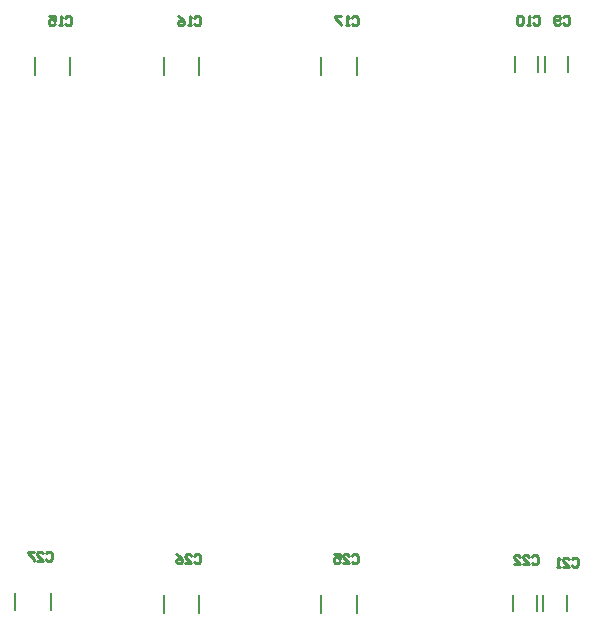
<source format=gbo>
G04*
G04 #@! TF.GenerationSoftware,Altium Limited,Altium Designer,21.3.2 (30)*
G04*
G04 Layer_Color=32896*
%FSTAX24Y24*%
%MOIN*%
G70*
G04*
G04 #@! TF.SameCoordinates,B67C6306-A56B-4E52-B5C8-3BB335875088*
G04*
G04*
G04 #@! TF.FilePolarity,Positive*
G04*
G01*
G75*
%ADD10C,0.0100*%
%ADD12C,0.0079*%
D10*
X06293Y0305D02*
X06298Y03055D01*
X06308D01*
X06313Y0305D01*
Y0303D01*
X06308Y03025D01*
X06298D01*
X06293Y0303D01*
X06263Y03025D02*
X06283D01*
X06263Y03045D01*
Y0305D01*
X06268Y03055D01*
X06278D01*
X06283Y0305D01*
X06253Y03055D02*
X06233D01*
Y0305D01*
X06253Y0303D01*
Y03025D01*
X06788Y03042D02*
X06793Y03047D01*
X06803D01*
X06808Y03042D01*
Y03022D01*
X06803Y03017D01*
X06793D01*
X06788Y03022D01*
X06758Y03017D02*
X06778D01*
X06758Y03037D01*
Y03042D01*
X06763Y03047D01*
X06773D01*
X06778Y03042D01*
X06728Y03047D02*
X06738Y03042D01*
X06748Y03032D01*
Y03022D01*
X06743Y03017D01*
X06733D01*
X06728Y03022D01*
Y03027D01*
X06733Y03032D01*
X06748D01*
X07313Y03042D02*
X07318Y03047D01*
X07328D01*
X07333Y03042D01*
Y03022D01*
X07328Y03017D01*
X07318D01*
X07313Y03022D01*
X07283Y03017D02*
X07303D01*
X07283Y03037D01*
Y03042D01*
X07288Y03047D01*
X07298D01*
X07303Y03042D01*
X07253Y03047D02*
X07273D01*
Y03032D01*
X07263Y03037D01*
X07258D01*
X07253Y03032D01*
Y03022D01*
X07258Y03017D01*
X07268D01*
X07273Y03022D01*
X07313Y04835D02*
X07318Y0484D01*
X07328D01*
X07333Y04835D01*
Y04815D01*
X07328Y0481D01*
X07318D01*
X07313Y04815D01*
X07303Y0481D02*
X07293D01*
X07298D01*
Y0484D01*
X07303Y04835D01*
X07278Y0484D02*
X07258D01*
Y04835D01*
X07278Y04815D01*
Y0481D01*
X06788Y04835D02*
X06793Y0484D01*
X06803D01*
X06808Y04835D01*
Y04815D01*
X06803Y0481D01*
X06793D01*
X06788Y04815D01*
X06778Y0481D02*
X06768D01*
X06773D01*
Y0484D01*
X06778Y04835D01*
X06733Y0484D02*
X06743Y04835D01*
X06753Y04825D01*
Y04815D01*
X06748Y0481D01*
X06738D01*
X06733Y04815D01*
Y0482D01*
X06738Y04825D01*
X06753D01*
X06358Y04835D02*
X06363Y0484D01*
X06373D01*
X06378Y04835D01*
Y04815D01*
X06373Y0481D01*
X06363D01*
X06358Y04815D01*
X06348Y0481D02*
X06338D01*
X06343D01*
Y0484D01*
X06348Y04835D01*
X06303Y0484D02*
X06323D01*
Y04825D01*
X06313Y0483D01*
X06308D01*
X06303Y04825D01*
Y04815D01*
X06308Y0481D01*
X06318D01*
X06323Y04815D01*
X07913Y03039D02*
X07918Y03044D01*
X07928D01*
X07933Y03039D01*
Y03019D01*
X07928Y03014D01*
X07918D01*
X07913Y03019D01*
X07883Y03014D02*
X07903D01*
X07883Y03034D01*
Y03039D01*
X07888Y03044D01*
X07898D01*
X07903Y03039D01*
X07853Y03014D02*
X07873D01*
X07853Y03034D01*
Y03039D01*
X07858Y03044D01*
X07868D01*
X07873Y03039D01*
X08045Y0303D02*
X0805Y03035D01*
X0806D01*
X08065Y0303D01*
Y0301D01*
X0806Y03005D01*
X0805D01*
X08045Y0301D01*
X08015Y03005D02*
X08035D01*
X08015Y03025D01*
Y0303D01*
X0802Y03035D01*
X0803D01*
X08035Y0303D01*
X08005Y03005D02*
X07995D01*
X08D01*
Y03035D01*
X08005Y0303D01*
X07918Y04836D02*
X07923Y04841D01*
X07933D01*
X07938Y04836D01*
Y04816D01*
X07933Y04811D01*
X07923D01*
X07918Y04816D01*
X07908Y04811D02*
X07898D01*
X07903D01*
Y04841D01*
X07908Y04836D01*
X07883D02*
X07878Y04841D01*
X07868D01*
X07863Y04836D01*
Y04816D01*
X07868Y04811D01*
X07878D01*
X07883Y04816D01*
Y04836D01*
X08018D02*
X08023Y04841D01*
X08033D01*
X08038Y04836D01*
Y04816D01*
X08033Y04811D01*
X08023D01*
X08018Y04816D01*
X08008D02*
X08003Y04811D01*
X07993D01*
X07988Y04816D01*
Y04836D01*
X07993Y04841D01*
X08003D01*
X08008Y04836D01*
Y04831D01*
X08003Y04826D01*
X07988D01*
D12*
X080344Y046534D02*
Y047085D01*
X079556Y046534D02*
Y047085D01*
X063741Y047035D02*
X063741Y046444D01*
X062559D02*
X062559Y047035D01*
X061909Y028594D02*
Y029185D01*
X063091Y028594D02*
Y029185D01*
X068041Y028515D02*
Y029106D01*
X066859Y028515D02*
Y029106D01*
X073291Y028515D02*
Y029106D01*
X072109Y028515D02*
Y029106D01*
X079506Y028565D02*
Y029116D01*
X080294Y028565D02*
Y029116D01*
X079294Y028565D02*
Y029116D01*
X078506Y028565D02*
Y029116D01*
X072109Y046444D02*
Y047035D01*
X073291Y046444D02*
Y047035D01*
X066859Y046444D02*
Y047035D01*
X068041Y046444D02*
Y047035D01*
X078556Y046534D02*
Y047085D01*
X079344Y046534D02*
Y047085D01*
M02*

</source>
